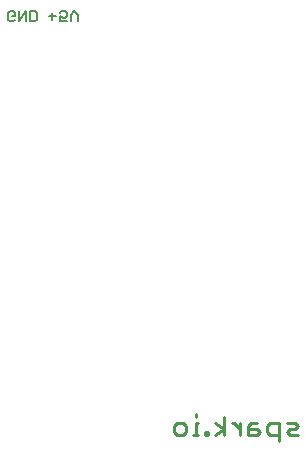
<source format=gbo>
G75*
%MOIN*%
%OFA0B0*%
%FSLAX24Y24*%
%IPPOS*%
%LPD*%
%AMOC8*
5,1,8,0,0,1.08239X$1,22.5*
%
%ADD10C,0.0110*%
%ADD11C,0.0060*%
D10*
X042496Y001506D02*
X042594Y001407D01*
X042791Y001407D01*
X042890Y001506D01*
X042890Y001702D01*
X042791Y001801D01*
X042594Y001801D01*
X042496Y001702D01*
X042496Y001506D01*
X043122Y001407D02*
X043319Y001407D01*
X043221Y001407D02*
X043221Y001801D01*
X043319Y001801D01*
X043221Y001998D02*
X043221Y002096D01*
X043883Y001801D02*
X044179Y001604D01*
X043883Y001407D01*
X043642Y001407D02*
X043642Y001506D01*
X043543Y001506D01*
X043543Y001407D01*
X043642Y001407D01*
X044179Y001407D02*
X044179Y001998D01*
X044421Y001801D02*
X044519Y001801D01*
X044716Y001604D01*
X044716Y001407D02*
X044716Y001801D01*
X044967Y001702D02*
X044967Y001407D01*
X045262Y001407D01*
X045360Y001506D01*
X045262Y001604D01*
X044967Y001604D01*
X044967Y001702D02*
X045065Y001801D01*
X045262Y001801D01*
X045611Y001702D02*
X045611Y001506D01*
X045710Y001407D01*
X046005Y001407D01*
X046005Y001210D02*
X046005Y001801D01*
X045710Y001801D01*
X045611Y001702D01*
X046256Y001801D02*
X046551Y001801D01*
X046649Y001702D01*
X046551Y001604D01*
X046354Y001604D01*
X046256Y001506D01*
X046354Y001407D01*
X046649Y001407D01*
D11*
X039291Y015182D02*
X039291Y015409D01*
X039178Y015522D01*
X039064Y015409D01*
X039064Y015182D01*
X038923Y015182D02*
X038696Y015182D01*
X038696Y015352D01*
X038809Y015295D01*
X038866Y015295D01*
X038923Y015352D01*
X038923Y015466D01*
X038866Y015522D01*
X038753Y015522D01*
X038696Y015466D01*
X038554Y015352D02*
X038328Y015352D01*
X038441Y015239D02*
X038441Y015466D01*
X037941Y015466D02*
X037941Y015239D01*
X037884Y015182D01*
X037714Y015182D01*
X037714Y015522D01*
X037884Y015522D01*
X037941Y015466D01*
X037573Y015522D02*
X037573Y015182D01*
X037346Y015182D02*
X037573Y015522D01*
X037346Y015522D02*
X037346Y015182D01*
X037204Y015239D02*
X037148Y015182D01*
X037034Y015182D01*
X036978Y015239D01*
X036978Y015466D01*
X037034Y015522D01*
X037148Y015522D01*
X037204Y015466D01*
X037204Y015352D01*
X037091Y015352D01*
M02*

</source>
